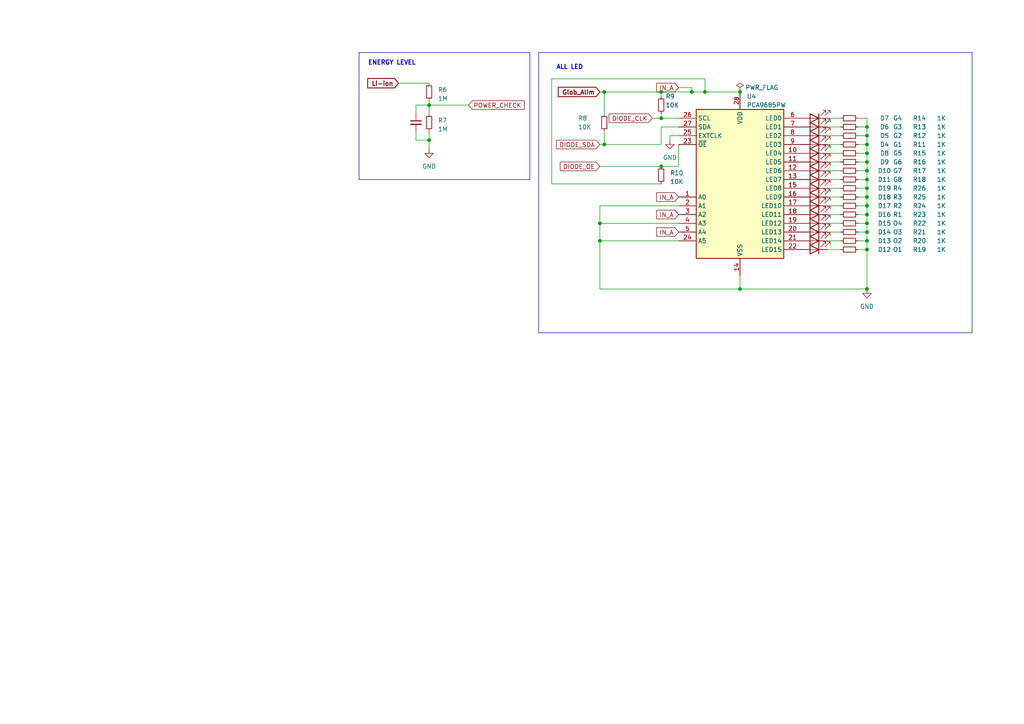
<source format=kicad_sch>
(kicad_sch (version 20230121) (generator eeschema)
  (paper "A4")
  (lib_symbols
    (symbol "Device:C_Small" (pin_numbers hide) (pin_names (offset 0.254) hide)
      (property "Reference" "C" (at 0.254 1.778 0))
      (property "Value" "C_Small" (at 0.254 -2.032 0))
      (symbol "C_Small_0_1"
        (polyline (pts (xy -1.524 -0.508) (xy 1.524 -0.508)) (stroke (width 0.3302)))
        (polyline (pts (xy -1.524 0.508) (xy 1.524 0.508)) (stroke (width 0.3048)))
      )
      (symbol "C_Small_1_1"
        (pin passive line (at 0 2.54 270) (length 2.032) (name "~") (number "1"))
        (pin passive line (at 0 -2.54 90) (length 2.032) (name "~") (number "2"))
      )
    )
    (symbol "Device:LED" (pin_numbers hide) (pin_names (offset 1.016) hide)
      (property "Reference" "D" (at 0 2.54 0))
      (property "Value" "LED" (at 0 -2.54 0))
      (symbol "LED_0_1"
        (polyline (pts (xy -1.27 -1.27) (xy -1.27 1.27)) (stroke (width 0.254)))
        (polyline (pts (xy -1.27 0) (xy 1.27 0)))
        (polyline (pts (xy 1.27 -1.27) (xy 1.27 1.27) (xy -1.27 0) (xy 1.27 -1.27)) (stroke (width 0.254)))
        (polyline (pts (xy -3.048 -0.762) (xy -4.572 -2.286) (xy -3.81 -2.286) (xy -4.572 -2.286) (xy -4.572 -1.524)))
        (polyline (pts (xy -1.778 -0.762) (xy -3.302 -2.286) (xy -2.54 -2.286) (xy -3.302 -2.286) (xy -3.302 -1.524)))
      )
      (symbol "LED_1_1"
        (pin passive line (at -3.81 0 0) (length 2.54) (name "K") (number "1"))
        (pin passive line (at 3.81 0 180) (length 2.54) (name "A") (number "2"))
      )
    )
    (symbol "Device:R_Small" (pin_numbers hide) (pin_names (offset 0.254) hide)
      (property "Reference" "R" (at 0.762 0.508 0))
      (property "Value" "R_Small" (at 0.762 -1.016 0))
      (symbol "R_Small_0_1"
        (rectangle (start -0.762 1.778) (end 0.762 -1.778) (stroke (width 0.2032)))
      )
      (symbol "R_Small_1_1"
        (pin passive line (at 0 2.54 270) (length 0.762) (name "~") (number "1"))
        (pin passive line (at 0 -2.54 90) (length 0.762) (name "~") (number "2"))
      )
    )
    (symbol "Driver_LED:PCA9685PW"
      (property "Reference" "U" (at -12.7 22.225 0))
      (property "Value" "PCA9685PW" (at 1.27 22.225 0))
      (symbol "PCA9685PW_0_1"
        (rectangle (start -12.7 20.32) (end 12.7 -22.86) (stroke (width 0.254)) (fill (type background)))
      )
      (symbol "PCA9685PW_1_1"
        (pin input line (at -17.78 -5.08 0) (length 5.08) (name "A0") (number "1"))
        (pin output line (at 17.78 7.62 180) (length 5.08) (name "LED4") (number "10"))
        (pin output line (at 17.78 5.08 180) (length 5.08) (name "LED5") (number "11"))
        (pin output line (at 17.78 2.54 180) (length 5.08) (name "LED6") (number "12"))
        (pin output line (at 17.78 0 180) (length 5.08) (name "LED7") (number "13"))
        (pin power_in line (at 0 -27.94 90) (length 5.08) (name "VSS") (number "14"))
        (pin output line (at 17.78 -2.54 180) (length 5.08) (name "LED8") (number "15"))
        (pin output line (at 17.78 -5.08 180) (length 5.08) (name "LED9") (number "16"))
        (pin output line (at 17.78 -7.62 180) (length 5.08) (name "LED10") (number "17"))
        (pin output line (at 17.78 -10.16 180) (length 5.08) (name "LED11") (number "18"))
        (pin output line (at 17.78 -12.7 180) (length 5.08) (name "LED12") (number "19"))
        (pin input line (at -17.78 -7.62 0) (length 5.08) (name "A1") (number "2"))
        (pin output line (at 17.78 -15.24 180) (length 5.08) (name "LED13") (number "20"))
        (pin output line (at 17.78 -17.78 180) (length 5.08) (name "LED14") (number "21"))
        (pin output line (at 17.78 -20.32 180) (length 5.08) (name "LED15") (number "22"))
        (pin input line (at -17.78 10.16 0) (length 5.08) (name "~{OE}") (number "23"))
        (pin input line (at -17.78 -17.78 0) (length 5.08) (name "A5") (number "24"))
        (pin input line (at -17.78 12.7 0) (length 5.08) (name "EXTCLK") (number "25"))
        (pin input line (at -17.78 17.78 0) (length 5.08) (name "SCL") (number "26"))
        (pin bidirectional line (at -17.78 15.24 0) (length 5.08) (name "SDA") (number "27"))
        (pin power_in line (at 0 25.4 270) (length 5.08) (name "VDD") (number "28"))
        (pin input line (at -17.78 -10.16 0) (length 5.08) (name "A2") (number "3"))
        (pin input line (at -17.78 -12.7 0) (length 5.08) (name "A3") (number "4"))
        (pin input line (at -17.78 -15.24 0) (length 5.08) (name "A4") (number "5"))
        (pin output line (at 17.78 17.78 180) (length 5.08) (name "LED0") (number "6"))
        (pin output line (at 17.78 15.24 180) (length 5.08) (name "LED1") (number "7"))
        (pin output line (at 17.78 12.7 180) (length 5.08) (name "LED2") (number "8"))
        (pin output line (at 17.78 10.16 180) (length 5.08) (name "LED3") (number "9"))
      )
    )
    (symbol "power:GND" (power) (pin_names (offset 0))
      (property "Value" "GND" (at 0 -3.81 0))
      (symbol "GND_0_1"
        (polyline (pts (xy 0 0) (xy 0 -1.27) (xy 1.27 -1.27) (xy 0 -2.54) (xy -1.27 -1.27) (xy 0 -1.27)))
      )
      (symbol "GND_1_1"
        (pin power_in line (at 0 0 270) (length 0) hide (name "GND") (number "1"))
      )
    )
    (symbol "power:PWR_FLAG" (power) (pin_numbers hide) (pin_names (offset 0) hide)
      (property "Value" "PWR_FLAG" (at 0 3.81 0))
      (symbol "PWR_FLAG_0_0"
        (pin power_out line (at 0 0 90) (length 0) (name "pwr") (number "1"))
      )
      (symbol "PWR_FLAG_0_1"
        (polyline (pts (xy 0 0) (xy 0 1.27) (xy -1.016 1.905) (xy 0 2.54) (xy 1.016 1.905) (xy 0 1.27)))
      )
    )
  )
  (junction (at 175.26 26.67))
  (junction (at 214.63 83.82))
  (junction (at 251.46 39.37))
  (junction (at 214.63 26.67))
  (junction (at 251.46 46.99))
  (junction (at 191.77 26.67))
  (junction (at 124.46 30.48))
  (junction (at 251.46 49.53))
  (junction (at 251.46 69.85))
  (junction (at 251.46 62.23))
  (junction (at 191.77 34.29))
  (junction (at 191.77 48.26))
  (junction (at 251.46 36.83))
  (junction (at 251.46 44.45))
  (junction (at 251.46 64.77))
  (junction (at 173.99 69.85))
  (junction (at 175.26 41.91))
  (junction (at 251.46 52.07))
  (junction (at 251.46 59.69))
  (junction (at 204.47 26.67))
  (junction (at 251.46 54.61))
  (junction (at 251.46 41.91))
  (junction (at 251.46 72.39))
  (junction (at 200.66 26.67))
  (junction (at 251.46 57.15))
  (junction (at 124.46 40.64))
  (junction (at 251.46 83.82))
  (junction (at 173.99 64.77))
  (junction (at 251.46 67.31))
  (wire (pts (xy 248.92 67.31) (xy 251.46 67.31)))
  (wire (pts (xy 251.46 39.37) (xy 251.46 36.83)))
  (wire (pts (xy 214.63 83.82) (xy 251.46 83.82)))
  (wire (pts (xy 191.77 41.91) (xy 191.77 36.83)))
  (wire (pts (xy 251.46 52.07) (xy 251.46 49.53)))
  (polyline (pts (xy 104.14 15.24) (xy 104.14 52.07)))
  (wire (pts (xy 251.46 34.29) (xy 248.92 34.29)))
  (wire (pts (xy 251.46 67.31) (xy 251.46 64.77)))
  (wire (pts (xy 240.03 72.39) (xy 243.84 72.39)))
  (wire (pts (xy 200.66 26.67) (xy 191.77 26.67)))
  (wire (pts (xy 240.03 62.23) (xy 243.84 62.23)))
  (wire (pts (xy 251.46 41.91) (xy 251.46 39.37)))
  (wire (pts (xy 240.03 39.37) (xy 243.84 39.37)))
  (polyline (pts (xy 281.94 96.52) (xy 156.21 96.52)))
  (wire (pts (xy 173.99 41.91) (xy 175.26 41.91)))
  (wire (pts (xy 115.57 24.13) (xy 124.46 24.13)))
  (wire (pts (xy 240.03 69.85) (xy 243.84 69.85)))
  (wire (pts (xy 175.26 26.67) (xy 173.99 26.67)))
  (wire (pts (xy 191.77 33.02) (xy 191.77 34.29)))
  (wire (pts (xy 191.77 48.26) (xy 196.85 48.26)))
  (wire (pts (xy 196.85 39.37) (xy 194.31 39.37)))
  (wire (pts (xy 240.03 64.77) (xy 243.84 64.77)))
  (wire (pts (xy 191.77 36.83) (xy 196.85 36.83)))
  (wire (pts (xy 248.92 49.53) (xy 251.46 49.53)))
  (wire (pts (xy 248.92 62.23) (xy 251.46 62.23)))
  (wire (pts (xy 173.99 59.69) (xy 196.85 59.69)))
  (wire (pts (xy 248.92 69.85) (xy 251.46 69.85)))
  (wire (pts (xy 173.99 69.85) (xy 196.85 69.85)))
  (wire (pts (xy 240.03 52.07) (xy 243.84 52.07)))
  (wire (pts (xy 248.92 44.45) (xy 251.46 44.45)))
  (polyline (pts (xy 153.67 52.07) (xy 153.67 15.24)))
  (wire (pts (xy 248.92 41.91) (xy 251.46 41.91)))
  (wire (pts (xy 191.77 53.34) (xy 160.02 53.34)))
  (wire (pts (xy 251.46 72.39) (xy 251.46 69.85)))
  (wire (pts (xy 175.26 26.67) (xy 175.26 33.02)))
  (polyline (pts (xy 104.14 15.24) (xy 153.67 15.24)))
  (wire (pts (xy 120.65 38.1) (xy 120.65 40.64)))
  (polyline (pts (xy 156.21 15.24) (xy 281.94 15.24)))
  (wire (pts (xy 191.77 26.67) (xy 175.26 26.67)))
  (wire (pts (xy 173.99 64.77) (xy 173.99 69.85)))
  (wire (pts (xy 196.85 48.26) (xy 196.85 41.91)))
  (wire (pts (xy 240.03 67.31) (xy 243.84 67.31)))
  (wire (pts (xy 124.46 33.02) (xy 124.46 30.48)))
  (wire (pts (xy 251.46 54.61) (xy 251.46 52.07)))
  (wire (pts (xy 204.47 26.67) (xy 200.66 26.67)))
  (polyline (pts (xy 281.94 15.24) (xy 281.94 96.52)))
  (wire (pts (xy 175.26 38.1) (xy 175.26 41.91)))
  (wire (pts (xy 204.47 22.86) (xy 204.47 26.67)))
  (wire (pts (xy 214.63 80.01) (xy 214.63 83.82)))
  (wire (pts (xy 173.99 83.82) (xy 214.63 83.82)))
  (wire (pts (xy 204.47 26.67) (xy 214.63 26.67)))
  (wire (pts (xy 191.77 27.94) (xy 191.77 26.67)))
  (wire (pts (xy 194.31 39.37) (xy 194.31 40.64)))
  (wire (pts (xy 173.99 69.85) (xy 173.99 83.82)))
  (wire (pts (xy 124.46 38.1) (xy 124.46 40.64)))
  (wire (pts (xy 240.03 57.15) (xy 243.84 57.15)))
  (wire (pts (xy 196.85 25.4) (xy 200.66 25.4)))
  (wire (pts (xy 173.99 48.26) (xy 191.77 48.26)))
  (wire (pts (xy 251.46 83.82) (xy 251.46 72.39)))
  (wire (pts (xy 240.03 59.69) (xy 243.84 59.69)))
  (wire (pts (xy 160.02 53.34) (xy 160.02 22.86)))
  (polyline (pts (xy 104.14 52.07) (xy 153.67 52.07)))
  (wire (pts (xy 248.92 46.99) (xy 251.46 46.99)))
  (wire (pts (xy 248.92 57.15) (xy 251.46 57.15)))
  (wire (pts (xy 200.66 25.4) (xy 200.66 26.67)))
  (wire (pts (xy 251.46 62.23) (xy 251.46 59.69)))
  (wire (pts (xy 248.92 54.61) (xy 251.46 54.61)))
  (wire (pts (xy 240.03 36.83) (xy 243.84 36.83)))
  (wire (pts (xy 191.77 34.29) (xy 196.85 34.29)))
  (wire (pts (xy 248.92 36.83) (xy 251.46 36.83)))
  (wire (pts (xy 248.92 72.39) (xy 251.46 72.39)))
  (wire (pts (xy 243.84 34.29) (xy 240.03 34.29)))
  (wire (pts (xy 120.65 30.48) (xy 124.46 30.48)))
  (wire (pts (xy 251.46 36.83) (xy 251.46 34.29)))
  (wire (pts (xy 240.03 44.45) (xy 243.84 44.45)))
  (wire (pts (xy 189.23 34.29) (xy 191.77 34.29)))
  (wire (pts (xy 251.46 59.69) (xy 251.46 57.15)))
  (wire (pts (xy 251.46 46.99) (xy 251.46 44.45)))
  (wire (pts (xy 251.46 57.15) (xy 251.46 54.61)))
  (wire (pts (xy 248.92 39.37) (xy 251.46 39.37)))
  (wire (pts (xy 240.03 54.61) (xy 243.84 54.61)))
  (wire (pts (xy 160.02 22.86) (xy 204.47 22.86)))
  (wire (pts (xy 251.46 64.77) (xy 251.46 62.23)))
  (wire (pts (xy 124.46 29.21) (xy 124.46 30.48)))
  (wire (pts (xy 120.65 33.02) (xy 120.65 30.48)))
  (wire (pts (xy 120.65 40.64) (xy 124.46 40.64)))
  (wire (pts (xy 124.46 43.18) (xy 124.46 40.64)))
  (wire (pts (xy 248.92 59.69) (xy 251.46 59.69)))
  (wire (pts (xy 251.46 69.85) (xy 251.46 67.31)))
  (wire (pts (xy 248.92 52.07) (xy 251.46 52.07)))
  (wire (pts (xy 248.92 64.77) (xy 251.46 64.77)))
  (wire (pts (xy 251.46 44.45) (xy 251.46 41.91)))
  (wire (pts (xy 240.03 49.53) (xy 243.84 49.53)))
  (wire (pts (xy 173.99 64.77) (xy 196.85 64.77)))
  (wire (pts (xy 175.26 41.91) (xy 191.77 41.91)))
  (wire (pts (xy 124.46 30.48) (xy 135.89 30.48)))
  (wire (pts (xy 173.99 59.69) (xy 173.99 64.77)))
  (wire (pts (xy 251.46 49.53) (xy 251.46 46.99)))
  (polyline (pts (xy 156.21 15.24) (xy 156.21 96.52)))
  (wire (pts (xy 240.03 41.91) (xy 243.84 41.91)))
  (wire (pts (xy 240.03 46.99) (xy 243.84 46.99)))
  (text "ENERGY LEVEL" (at 106.68 19.05 0) (effects (font (size 1.27 1.27) bold) (justify left bottom)))
  (text "ALL LED" (at 161.29 20.32 0) (effects (font (size 1.27 1.27) (thickness 0.254) bold) (justify left bottom)))
  (global_label "IN_A" (shape input) (at 196.85 62.23 180) (property "Intersheetrefs" "${INTERSHEET_REFS}" (effects hide)))
  (global_label "Glob_Alim" (shape input) (at 173.99 26.67 180) (effects (font bold)) (property "Intersheetrefs" "${INTERSHEET_REFS}" (effects hide)))
  (global_label "DIODE_OE" (shape input) (at 173.99 48.26 180) (property "Intersheetrefs" "${INTERSHEET_REFS}" (effects hide)))
  (global_label "Li-ion" (shape input) (at 115.57 24.13 180) (effects (font bold)) (property "Intersheetrefs" "${INTERSHEET_REFS}" (effects hide)))
  (global_label "DIODE_CLK" (shape input) (at 189.23 34.29 180) (property "Intersheetrefs" "${INTERSHEET_REFS}" (effects hide)))
  (global_label "IN_A" (shape input) (at 196.85 25.4 180) (property "Intersheetrefs" "${INTERSHEET_REFS}" (effects hide)))
  (global_label "DIODE_SDA" (shape input) (at 173.99 41.91 180) (property "Intersheetrefs" "${INTERSHEET_REFS}" (effects hide)))
  (global_label "POWER_CHECK" (shape input) (at 135.89 30.48 0) (property "Intersheetrefs" "${INTERSHEET_REFS}" (effects hide)))
  (global_label "IN_A" (shape input) (at 196.85 57.15 180) (property "Intersheetrefs" "${INTERSHEET_REFS}" (effects hide)))
  (global_label "IN_A" (shape input) (at 196.85 67.31 180) (property "Intersheetrefs" "${INTERSHEET_REFS}" (effects hide)))
  (symbol (lib_id "power:PWR_FLAG") (at 214.63 26.67 0) (unit 1)
    (property "Reference" "#FLG06" (effects hide))
    (property "Value" "PWR_FLAG" (at 220.98 25.4 0))
  )
  (symbol (lib_id "Device:R_Small") (at 191.77 50.8 0) (unit 1)
    (property "Reference" "R10" (at 194.31 50.165 0) (effects (justify left)))
    (property "Value" "10K" (at 194.31 52.705 0) (effects (justify left)))
    (property "Footprint" "Resistor_SMD:R_0603_1608Metric_Pad0.98x0.95mm_HandSolder" (effects hide))
    (instances (project "Controller_NRF24L01_Include" (path "" (reference "R10") (unit 1))) (project "Controler_NRF24L01_Exclude" (path "" (reference "R16") (unit 1))))
  )
  (symbol (lib_id "Device:LED") (at 236.22 62.23 180) (unit 1)
    (property "Reference" "D16" (at 256.54 62.23 0))
    (property "Value" "R1" (at 260.35 62.23 0))
    (property "Footprint" "LED_SMD:LED_0603_1608Metric_Pad1.05x0.95mm_HandSolder" (effects hide))
    (instances (project "Controller_NRF24L01_Include" (path "" (reference "D16") (unit 1))) (project "Controler_NRF24L01_Exclude" (path "" (reference "D15") (unit 1))))
  )
  (symbol (lib_id "Device:R_Small") (at 246.38 49.53 90) (unit 1)
    (property "Reference" "R17" (at 266.7 49.53 90))
    (property "Value" "1K" (at 273.05 49.53 90))
    (property "Footprint" "Resistor_SMD:R_0603_1608Metric_Pad0.98x0.95mm_HandSolder" (effects hide))
    (instances (project "Controller_NRF24L01_Include" (path "" (reference "R17") (unit 1))) (project "Controler_NRF24L01_Exclude" (path "" (reference "R25") (unit 1))))
  )
  (symbol (lib_id "Device:R_Small") (at 246.38 52.07 90) (unit 1)
    (property "Reference" "R18" (at 266.7 52.07 90))
    (property "Value" "1K" (at 273.05 52.07 90))
    (property "Footprint" "Resistor_SMD:R_0603_1608Metric_Pad0.98x0.95mm_HandSolder" (effects hide))
    (instances (project "Controller_NRF24L01_Include" (path "" (reference "R18") (unit 1))) (project "Controler_NRF24L01_Exclude" (path "" (reference "R26") (unit 1))))
  )
  (symbol (lib_id "Device:R_Small") (at 246.38 54.61 90) (unit 1)
    (property "Reference" "R26" (at 266.7 54.61 90))
    (property "Value" "1K" (at 273.05 54.61 90))
    (property "Footprint" "Resistor_SMD:R_0603_1608Metric_Pad0.98x0.95mm_HandSolder" (effects hide))
    (instances (project "Controller_NRF24L01_Include" (path "" (reference "R26") (unit 1))) (project "Controler_NRF24L01_Exclude" (path "" (reference "R34") (unit 1))))
  )
  (symbol (lib_id "Device:R_Small") (at 246.38 34.29 90) (unit 1)
    (property "Reference" "R14" (at 266.7 34.29 90))
    (property "Value" "1K" (at 273.05 34.29 90))
    (property "Footprint" "Resistor_SMD:R_0603_1608Metric_Pad0.98x0.95mm_HandSolder" (effects hide))
    (instances (project "Controller_NRF24L01_Include" (path "" (reference "R14") (unit 1))) (project "Controler_NRF24L01_Exclude" (path "" (reference "R22") (unit 1))))
  )
  (symbol (lib_id "Device:R_Small") (at 124.46 35.56 0) (unit 1)
    (property "Reference" "R7" (at 127 34.925 0) (effects (justify left)))
    (property "Value" "1M" (at 127 37.465 0) (effects (justify left)))
    (property "Footprint" "Resistor_SMD:R_0603_1608Metric_Pad0.98x0.95mm_HandSolder" (effects hide))
    (instances (project "Controller_NRF24L01_Include" (path "" (reference "R7") (unit 1))) (project "Controler_NRF24L01_Exclude" (path "" (reference "R10") (unit 1))))
  )
  (symbol (lib_id "Device:LED") (at 236.22 59.69 180) (unit 1)
    (property "Reference" "D17" (at 256.54 59.69 0))
    (property "Value" "R2" (at 260.35 59.69 0))
    (property "Footprint" "LED_SMD:LED_0603_1608Metric_Pad1.05x0.95mm_HandSolder" (effects hide))
    (instances (project "Controller_NRF24L01_Include" (path "" (reference "D17") (unit 1))) (project "Controler_NRF24L01_Exclude" (path "" (reference "D16") (unit 1))))
  )
  (symbol (lib_id "Device:R_Small") (at 246.38 46.99 90) (unit 1)
    (property "Reference" "R16" (at 266.7 46.99 90))
    (property "Value" "1K" (at 273.05 46.99 90))
    (property "Footprint" "Resistor_SMD:R_0603_1608Metric_Pad0.98x0.95mm_HandSolder" (effects hide))
    (instances (project "Controller_NRF24L01_Include" (path "" (reference "R16") (unit 1))) (project "Controler_NRF24L01_Exclude" (path "" (reference "R24") (unit 1))))
  )
  (symbol (lib_id "Device:LED") (at 236.22 46.99 180) (unit 1)
    (property "Reference" "D9" (at 256.54 46.99 0))
    (property "Value" "G6" (at 260.35 46.99 0))
    (property "Footprint" "LED_SMD:LED_0603_1608Metric_Pad1.05x0.95mm_HandSolder" (effects hide))
    (instances (project "Controller_NRF24L01_Include" (path "" (reference "D9") (unit 1))) (project "Controler_NRF24L01_Exclude" (path "" (reference "D8") (unit 1))))
  )
  (symbol (lib_id "Device:R_Small") (at 124.46 26.67 0) (unit 1)
    (property "Reference" "R6" (at 127 26.035 0) (effects (justify left)))
    (property "Value" "1M" (at 127 28.575 0) (effects (justify left)))
    (property "Footprint" "Resistor_SMD:R_0603_1608Metric_Pad0.98x0.95mm_HandSolder" (effects hide))
    (instances (project "Controller_NRF24L01_Include" (path "" (reference "R6") (unit 1))) (project "Controler_NRF24L01_Exclude" (path "" (reference "R9") (unit 1))))
  )
  (symbol (lib_id "Device:LED") (at 236.22 69.85 180) (unit 1)
    (property "Reference" "D13" (at 256.54 69.85 0))
    (property "Value" "O2" (at 260.35 69.85 0))
    (property "Footprint" "LED_SMD:LED_0603_1608Metric_Pad1.05x0.95mm_HandSolder" (effects hide))
    (instances (project "Controller_NRF24L01_Include" (path "" (reference "D13") (unit 1))) (project "Controler_NRF24L01_Exclude" (path "" (reference "D12") (unit 1))))
  )
  (symbol (lib_id "Device:LED") (at 236.22 39.37 180) (unit 1)
    (property "Reference" "D5" (at 256.54 39.37 0))
    (property "Value" "G2" (at 260.35 39.37 0))
    (property "Footprint" "LED_SMD:LED_0603_1608Metric_Pad1.05x0.95mm_HandSolder" (effects hide))
    (instances (project "Controller_NRF24L01_Include" (path "" (reference "D5") (unit 1))) (project "Controler_NRF24L01_Exclude" (path "" (reference "D4") (unit 1))))
  )
  (symbol (lib_id "Device:LED") (at 236.22 54.61 180) (unit 1)
    (property "Reference" "D19" (at 256.54 54.61 0))
    (property "Value" "R4" (at 260.35 54.61 0))
    (property "Footprint" "LED_SMD:LED_0603_1608Metric_Pad1.05x0.95mm_HandSolder" (effects hide))
    (instances (project "Controller_NRF24L01_Include" (path "" (reference "D19") (unit 1))) (project "Controler_NRF24L01_Exclude" (path "" (reference "D18") (unit 1))))
  )
  (symbol (lib_id "power:GND") (at 194.31 40.64 0) (unit 1)
    (property "Reference" "#PWR025" (effects hide))
    (property "Value" "GND" (at 194.31 45.72 0))
    (instances (project "Controller_NRF24L01_Include" (path "" (reference "#PWR025") (unit 1))) (project "Controler_NRF24L01_Exclude" (path "" (reference "#PWR013") (unit 1))))
  )
  (symbol (lib_id "power:GND") (at 124.46 43.18 0) (unit 1)
    (property "Reference" "#PWR024" (effects hide))
    (property "Value" "GND" (at 124.46 48.26 0))
    (instances (project "Controller_NRF24L01_Include" (path "" (reference "#PWR024") (unit 1))) (project "Controler_NRF24L01_Exclude" (path "" (reference "#PWR012") (unit 1))))
  )
  (symbol (lib_id "Device:LED") (at 236.22 57.15 180) (unit 1)
    (property "Reference" "D18" (at 256.54 57.15 0))
    (property "Value" "R3" (at 260.35 57.15 0))
    (property "Footprint" "LED_SMD:LED_0603_1608Metric_Pad1.05x0.95mm_HandSolder" (effects hide))
    (instances (project "Controller_NRF24L01_Include" (path "" (reference "D18") (unit 1))) (project "Controler_NRF24L01_Exclude" (path "" (reference "D17") (unit 1))))
  )
  (symbol (lib_id "Device:R_Small") (at 246.38 72.39 90) (unit 1)
    (property "Reference" "R19" (at 266.7 72.39 90))
    (property "Value" "1K" (at 273.05 72.39 90))
    (property "Footprint" "Resistor_SMD:R_0603_1608Metric_Pad0.98x0.95mm_HandSolder" (effects hide))
    (instances (project "Controller_NRF24L01_Include" (path "" (reference "R19") (unit 1))) (project "Controler_NRF24L01_Exclude" (path "" (reference "R27") (unit 1))))
  )
  (symbol (lib_id "Device:LED") (at 236.22 72.39 180) (unit 1)
    (property "Reference" "D12" (at 256.54 72.39 0))
    (property "Value" "O1" (at 260.35 72.39 0))
    (property "Footprint" "LED_SMD:LED_0603_1608Metric_Pad1.05x0.95mm_HandSolder" (effects hide))
    (instances (project "Controller_NRF24L01_Include" (path "" (reference "D12") (unit 1))) (project "Controler_NRF24L01_Exclude" (path "" (reference "D11") (unit 1))))
  )
  (symbol (lib_id "Driver_LED:PCA9685PW") (at 214.63 52.07 0) (unit 1)
    (property "Reference" "U4" (at 216.5859 27.94 0) (effects (justify left)))
    (property "Value" "PCA9685PW" (at 216.5859 30.48 0) (effects (justify left)))
    (property "Footprint" "Package_SO:TSSOP-28_4.4x9.7mm_P0.65mm" (effects hide))
    (property "Datasheet" "http://www.nxp.com/documents/data_sheet/PCA9685.pdf" (effects hide))
  )
  (symbol (lib_id "Device:LED") (at 236.22 44.45 180) (unit 1)
    (property "Reference" "D8" (at 256.54 44.45 0))
    (property "Value" "G5" (at 260.35 44.45 0))
    (property "Footprint" "LED_SMD:LED_0603_1608Metric_Pad1.05x0.95mm_HandSolder" (effects hide))
    (instances (project "Controller_NRF24L01_Include" (path "" (reference "D8") (unit 1))) (project "Controler_NRF24L01_Exclude" (path "" (reference "D7") (unit 1))))
  )
  (symbol (lib_id "power:GND") (at 251.46 83.82 0) (unit 1)
    (property "Reference" "#PWR026" (effects hide))
    (property "Value" "GND" (at 251.46 88.9 0))
    (instances (project "Controller_NRF24L01_Include" (path "" (reference "#PWR026") (unit 1))) (project "Controler_NRF24L01_Exclude" (path "" (reference "#PWR020") (unit 1))))
  )
  (symbol (lib_id "Device:R_Small") (at 246.38 64.77 90) (unit 1)
    (property "Reference" "R22" (at 266.7 64.77 90))
    (property "Value" "1K" (at 273.05 64.77 90))
    (property "Footprint" "Resistor_SMD:R_0603_1608Metric_Pad0.98x0.95mm_HandSolder" (effects hide))
    (instances (project "Controller_NRF24L01_Include" (path "" (reference "R22") (unit 1))) (project "Controler_NRF24L01_Exclude" (path "" (reference "R30") (unit 1))))
  )
  (symbol (lib_id "Device:R_Small") (at 246.38 67.31 90) (unit 1)
    (property "Reference" "R21" (at 266.7 67.31 90))
    (property "Value" "1K" (at 273.05 67.31 90))
    (property "Footprint" "Resistor_SMD:R_0603_1608Metric_Pad0.98x0.95mm_HandSolder" (effects hide))
    (instances (project "Controller_NRF24L01_Include" (path "" (reference "R21") (unit 1))) (project "Controler_NRF24L01_Exclude" (path "" (reference "R29") (unit 1))))
  )
  (symbol (lib_id "Device:R_Small") (at 191.77 30.48 0) (unit 1)
    (property "Reference" "R9" (at 193.04 27.94 0) (effects (justify left)))
    (property "Value" "10K" (at 193.04 30.48 0) (effects (justify left)))
    (property "Footprint" "Resistor_SMD:R_0603_1608Metric_Pad0.98x0.95mm_HandSolder" (effects hide))
    (instances (project "Controller_NRF24L01_Include" (path "" (reference "R9") (unit 1))) (project "Controler_NRF24L01_Exclude" (path "" (reference "R14") (unit 1))))
  )
  (symbol (lib_id "Device:R_Small") (at 246.38 41.91 90) (unit 1)
    (property "Reference" "R11" (at 266.7 41.91 90))
    (property "Value" "1K" (at 273.05 41.91 90))
    (property "Footprint" "Resistor_SMD:R_0603_1608Metric_Pad0.98x0.95mm_HandSolder" (effects hide))
    (instances (project "Controller_NRF24L01_Include" (path "" (reference "R11") (unit 1))) (project "Controler_NRF24L01_Exclude" (path "" (reference "R18") (unit 1))))
  )
  (symbol (lib_id "Device:R_Small") (at 246.38 59.69 90) (unit 1)
    (property "Reference" "R24" (at 266.7 59.69 90))
    (property "Value" "1K" (at 273.05 59.69 90))
    (property "Footprint" "Resistor_SMD:R_0603_1608Metric_Pad0.98x0.95mm_HandSolder" (effects hide))
    (instances (project "Controller_NRF24L01_Include" (path "" (reference "R24") (unit 1))) (project "Controler_NRF24L01_Exclude" (path "" (reference "R32") (unit 1))))
  )
  (symbol (lib_id "Device:R_Small") (at 246.38 39.37 90) (unit 1)
    (property "Reference" "R12" (at 266.7 39.37 90))
    (property "Value" "1K" (at 273.05 39.37 90))
    (property "Footprint" "Resistor_SMD:R_0603_1608Metric_Pad0.98x0.95mm_HandSolder" (effects hide))
    (instances (project "Controller_NRF24L01_Include" (path "" (reference "R12") (unit 1))) (project "Controler_NRF24L01_Exclude" (path "" (reference "R20") (unit 1))))
  )
  (symbol (lib_id "Device:LED") (at 236.22 36.83 180) (unit 1)
    (property "Reference" "D6" (at 256.54 36.83 0))
    (property "Value" "G3" (at 260.35 36.83 0))
    (property "Footprint" "LED_SMD:LED_0603_1608Metric_Pad1.05x0.95mm_HandSolder" (effects hide))
    (instances (project "Controller_NRF24L01_Include" (path "" (reference "D6") (unit 1))) (project "Controler_NRF24L01_Exclude" (path "" (reference "D5") (unit 1))))
  )
  (symbol (lib_id "Device:R_Small") (at 246.38 57.15 90) (unit 1)
    (property "Reference" "R25" (at 266.7 57.15 90))
    (property "Value" "1K" (at 273.05 57.15 90))
    (property "Footprint" "Resistor_SMD:R_0603_1608Metric_Pad0.98x0.95mm_HandSolder" (effects hide))
    (instances (project "Controller_NRF24L01_Include" (path "" (reference "R25") (unit 1))) (project "Controler_NRF24L01_Exclude" (path "" (reference "R33") (unit 1))))
  )
  (symbol (lib_id "Device:R_Small") (at 246.38 62.23 90) (unit 1)
    (property "Reference" "R23" (at 266.7 62.23 90))
    (property "Value" "1K" (at 273.05 62.23 90))
    (property "Footprint" "Resistor_SMD:R_0603_1608Metric_Pad0.98x0.95mm_HandSolder" (effects hide))
    (instances (project "Controller_NRF24L01_Include" (path "" (reference "R23") (unit 1))) (project "Controler_NRF24L01_Exclude" (path "" (reference "R31") (unit 1))))
  )
  (symbol (lib_id "Device:R_Small") (at 246.38 36.83 90) (unit 1)
    (property "Reference" "R13" (at 266.7 36.83 90))
    (property "Value" "1K" (at 273.05 36.83 90))
    (property "Footprint" "Resistor_SMD:R_0603_1608Metric_Pad0.98x0.95mm_HandSolder" (effects hide))
    (instances (project "Controller_NRF24L01_Include" (path "" (reference "R13") (unit 1))) (project "Controler_NRF24L01_Exclude" (path "" (reference "R21") (unit 1))))
  )
  (symbol (lib_id "Device:LED") (at 236.22 41.91 180) (unit 1)
    (property "Reference" "D4" (at 256.54 41.91 0))
    (property "Value" "G1" (at 260.35 41.91 0))
    (property "Footprint" "LED_SMD:LED_0603_1608Metric_Pad1.05x0.95mm_HandSolder" (effects hide))
    (instances (project "Controller_NRF24L01_Include" (path "" (reference "D4") (unit 1))) (project "Controler_NRF24L01_Exclude" (path "" (reference "D3") (unit 1))))
  )
  (symbol (lib_id "Device:LED") (at 236.22 64.77 180) (unit 1)
    (property "Reference" "D15" (at 256.54 64.77 0))
    (property "Value" "O4" (at 260.35 64.77 0))
    (property "Footprint" "LED_SMD:LED_0603_1608Metric_Pad1.05x0.95mm_HandSolder" (effects hide))
    (instances (project "Controller_NRF24L01_Include" (path "" (reference "D15") (unit 1))) (project "Controler_NRF24L01_Exclude" (path "" (reference "D14") (unit 1))))
  )
  (symbol (lib_id "Device:LED") (at 236.22 52.07 180) (unit 1)
    (property "Reference" "D11" (at 256.54 52.07 0))
    (property "Value" "G8" (at 260.35 52.07 0))
    (property "Footprint" "LED_SMD:LED_0603_1608Metric_Pad1.05x0.95mm_HandSolder" (effects hide))
    (instances (project "Controller_NRF24L01_Include" (path "" (reference "D11") (unit 1))) (project "Controler_NRF24L01_Exclude" (path "" (reference "D10") (unit 1))))
  )
  (symbol (lib_id "Device:LED") (at 236.22 49.53 180) (unit 1)
    (property "Reference" "D10" (at 256.54 49.53 0))
    (property "Value" "G7" (at 260.35 49.53 0))
    (property "Footprint" "LED_SMD:LED_0603_1608Metric_Pad1.05x0.95mm_HandSolder" (effects hide))
    (instances (project "Controller_NRF24L01_Include" (path "" (reference "D10") (unit 1))) (project "Controler_NRF24L01_Exclude" (path "" (reference "D9") (unit 1))))
  )
  (symbol (lib_id "Device:LED") (at 236.22 34.29 180) (unit 1)
    (property "Reference" "D7" (at 256.54 34.29 0))
    (property "Value" "G4" (at 260.35 34.29 0))
    (property "Footprint" "LED_SMD:LED_0603_1608Metric_Pad1.05x0.95mm_HandSolder" (effects hide))
    (instances (project "Controller_NRF24L01_Include" (path "" (reference "D7") (unit 1))) (project "Controler_NRF24L01_Exclude" (path "" (reference "D6") (unit 1))))
  )
  (symbol (lib_id "Device:R_Small") (at 175.26 35.56 180) (unit 1)
    (property "Reference" "R8" (at 167.64 34.29 0) (effects (justify right)))
    (property "Value" "10K" (at 167.64 36.83 0) (effects (justify right)))
    (property "Footprint" "Resistor_SMD:R_0603_1608Metric_Pad0.98x0.95mm_HandSolder" (effects hide))
    (instances (project "Controller_NRF24L01_Include" (path "" (reference "R8") (unit 1))) (project "Controler_NRF24L01_Exclude" (path "" (reference "R11") (unit 1))))
  )
  (symbol (lib_id "Device:R_Small") (at 246.38 44.45 90) (unit 1)
    (property "Reference" "R15" (at 266.7 44.45 90))
    (property "Value" "1K" (at 273.05 44.45 90))
    (property "Footprint" "Resistor_SMD:R_0603_1608Metric_Pad0.98x0.95mm_HandSolder" (effects hide))
    (instances (project "Controller_NRF24L01_Include" (path "" (reference "R15") (unit 1))) (project "Controler_NRF24L01_Exclude" (path "" (reference "R23") (unit 1))))
  )
  (symbol (lib_id "Device:R_Small") (at 246.38 69.85 90) (unit 1)
    (property "Reference" "R20" (at 266.7 69.85 90))
    (property "Value" "1K" (at 273.05 69.85 90))
    (property "Footprint" "Resistor_SMD:R_0603_1608Metric_Pad0.98x0.95mm_HandSolder" (effects hide))
    (instances (project "Controller_NRF24L01_Include" (path "" (reference "R20") (unit 1))) (project "Controler_NRF24L01_Exclude" (path "" (reference "R28") (unit 1))))
  )
  (symbol (lib_id "Device:C_Small") (at 120.65 35.56 0) (unit 1)
    (property "Reference" "C?" (effects hide))
    (property "Value" "1nF" (effects hide))
    (property "Footprint" "Capacitor_SMD:C_0603_1608Metric_Pad1.08x0.95mm_HandSolder" (effects hide))
    (instances (project "Controller_NRF24L01_Include" (path "" (reference "C?") (unit 1)) (path "" (reference "C13") (unit 1))) (project "Controler_NRF24L01_Exclude" (path "" (reference "C2") (unit 1))))
  )
  (symbol (lib_id "Device:LED") (at 236.22 67.31 180) (unit 1)
    (property "Reference" "D14" (at 256.54 67.31 0))
    (property "Value" "O3" (at 260.35 67.31 0))
    (property "Footprint" "LED_SMD:LED_0603_1608Metric_Pad1.05x0.95mm_HandSolder" (effects hide))
    (instances (project "Controller_NRF24L01_Include" (path "" (reference "D14") (unit 1))) (project "Controler_NRF24L01_Exclude" (path "" (reference "D13") (unit 1))))
  )
)
</source>
